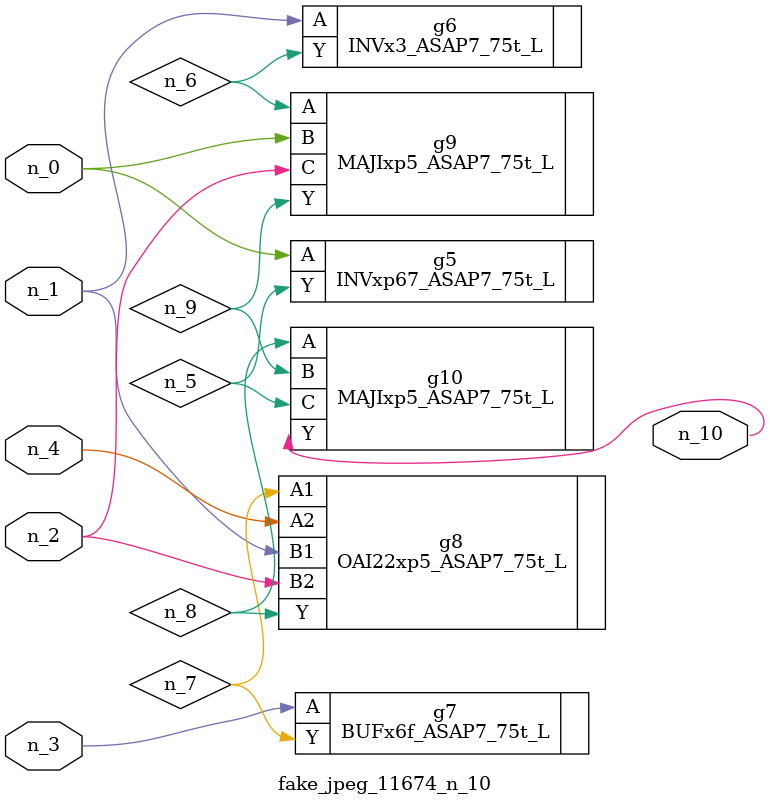
<source format=v>
module fake_jpeg_11674_n_10 (n_3, n_2, n_1, n_0, n_4, n_10);

input n_3;
input n_2;
input n_1;
input n_0;
input n_4;

output n_10;

wire n_8;
wire n_9;
wire n_6;
wire n_5;
wire n_7;

INVxp67_ASAP7_75t_L g5 ( 
.A(n_0),
.Y(n_5)
);

INVx3_ASAP7_75t_L g6 ( 
.A(n_1),
.Y(n_6)
);

BUFx6f_ASAP7_75t_L g7 ( 
.A(n_3),
.Y(n_7)
);

OAI22xp5_ASAP7_75t_L g8 ( 
.A1(n_7),
.A2(n_4),
.B1(n_1),
.B2(n_2),
.Y(n_8)
);

MAJIxp5_ASAP7_75t_L g10 ( 
.A(n_8),
.B(n_9),
.C(n_5),
.Y(n_10)
);

MAJIxp5_ASAP7_75t_L g9 ( 
.A(n_6),
.B(n_0),
.C(n_2),
.Y(n_9)
);


endmodule
</source>
